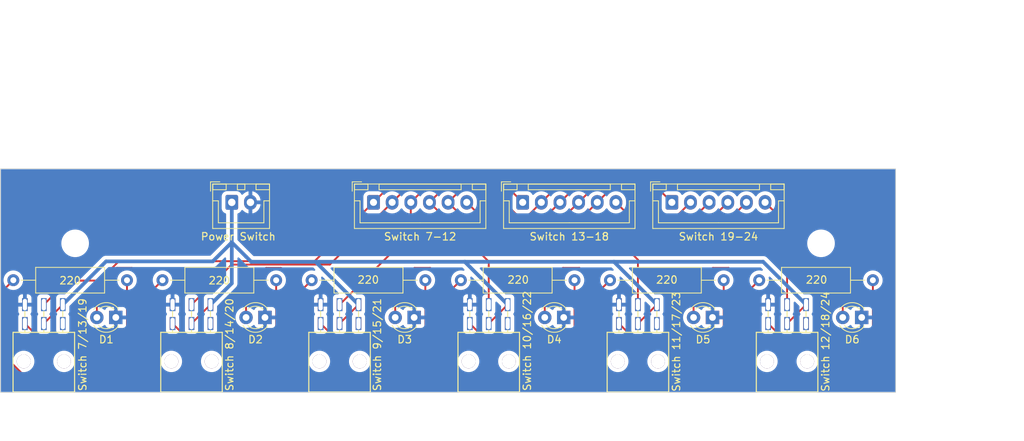
<source format=kicad_pcb>
(kicad_pcb (version 20221018) (generator pcbnew)
  (layers (0 "F.Cu" signal) (31 "B.Cu" signal) (34 "B.Paste" user) (35 "F.Paste" user) (36 "B.SilkS" user "B.Silkscreen") (37 "F.SilkS" user "F.Silkscreen") (38 "B.Mask" user) (39 "F.Mask" user) (44 "Edge.Cuts" user))
  (net 0 "")
  (net 1 "On_1")
  (net 2 "On_2")
  (net 3 "On_3")
  (net 4 "On_4")
  (net 5 "On_5")
  (net 6 "On_6")
  (net 7 "GNDREF")
  (net 8 "Net-(D1-A)")
  (net 9 "Net-(D2-A)")
  (net 10 "Net-(D3-A)")
  (net 11 "Net-(D4-A)")
  (net 12 "Net-(D5-A)")
  (net 13 "Net-(D6-A)")
  (net 14 "5V")
  (net 15 "Net-(R1-Pad1)")
  (net 16 "Net-(R2-Pad1)")
  (net 17 "Net-(R3-Pad1)")
  (net 18 "Net-(R4-Pad1)")
  (net 19 "Net-(R5-Pad1)")
  (net 20 "Net-(R6-Pad1)")
  (footprint "Connector_JST:JST_XH_B6B-XH-A_1x06_P2.50mm_Vertical" (layer "F.Cu") (at 140 54.5)
    (fp_text reference "J10")
    (fp_text value "Switch 19-24" (at 6.25 4.6) (layer "F.SilkS"))
    (pad "1" thru_hole roundrect (at 0 0) (size 1.7 1.95) (drill 0.95) (layers "*.Cu" "*.Mask") (roundrect_rratio 0.1470588235) (net 1 "On_1"))
    (pad "2" thru_hole oval (at 2.5 0) (size 1.7 1.95) (drill 0.95) (layers "*.Cu" "*.Mask") (net 2 "On_2"))
    (pad "3" thru_hole oval (at 5 0) (size 1.7 1.95) (drill 0.95) (layers "*.Cu" "*.Mask") (net 3 "On_3"))
    (pad "4" thru_hole oval (at 7.5 0) (size 1.7 1.95) (drill 0.95) (layers "*.Cu" "*.Mask") (net 4 "On_4"))
    (pad "5" thru_hole oval (at 10 0) (size 1.7 1.95) (drill 0.95) (layers "*.Cu" "*.Mask") (net 5 "On_5"))
    (pad "6" thru_hole oval (at 12.5 0) (size 1.7 1.95) (drill 0.95) (layers "*.Cu" "*.Mask") (net 6 "On_6"))
  )
  (footprint "Resistor_THT:R_Axial_DIN0309_L9.0mm_D3.2mm_P15.24mm_Horizontal" (layer "F.Cu") (at 106.95 64.95 180)
    (fp_text reference "R3")
    (fp_text value "220" (at 7.65 0.05) (layer "F.SilkS"))
    (pad "1" thru_hole circle (at 0 0 180) (size 1.6 1.6) (drill 0.8) (layers "*.Cu" "*.Mask") (net 17 "Net-(R3-Pad1)"))
    (pad "2" thru_hole oval (at 15.24 0 180) (size 1.6 1.6) (drill 0.8) (layers "*.Cu" "*.Mask") (net 10 "Net-(D3-A)"))
  )
  (footprint "LED_THT:LED_D3.0mm" (layer "F.Cu") (at 85.45 69.95 180)
    (fp_text reference "D2" (at 1.27 -2.96) (layer "F.SilkS"))
    (fp_text value "LED")
    (pad "1" thru_hole rect (at 0 0 180) (size 1.8 1.8) (drill 0.9) (layers "*.Cu" "*.Mask") (net 7 "GNDREF"))
    (pad "2" thru_hole circle (at 2.54 0 180) (size 1.8 1.8) (drill 0.9) (layers "*.Cu" "*.Mask") (net 9 "Net-(D2-A)"))
  )
  (footprint "MountingHole:MountingHole_3.2mm_M3" (layer "F.Cu") (at 60 60)
    (fp_text reference "REF**")
    (fp_text value "MountingHole_3.2mm_M3")
    (pad "" np_thru_hole circle (at 0 0) (size 3.2 3.2) (drill 3.2) (layers "*.Cu" "*.Mask"))
  )
  (footprint "Resistor_THT:R_Axial_DIN0309_L9.0mm_D3.2mm_P15.24mm_Horizontal" (layer "F.Cu") (at 86.95 64.95 180)
    (fp_text reference "R2")
    (fp_text value "220" (at 7.62 -0.05) (layer "F.SilkS"))
    (pad "1" thru_hole circle (at 0 0 180) (size 1.6 1.6) (drill 0.8) (layers "*.Cu" "*.Mask") (net 16 "Net-(R2-Pad1)"))
    (pad "2" thru_hole oval (at 15.24 0 180) (size 1.6 1.6) (drill 0.8) (layers "*.Cu" "*.Mask") (net 9 "Net-(D2-A)"))
  )
  (footprint "Maxime:maxi_DPDT_Angled" (layer "F.Cu") (at 55.8 79.95)
    (fp_text reference "Switch1" hide)
    (fp_text value "Switch 7/13/19" (at 5.2 -6.35 270) (layer "F.SilkS"))
    (pad "" thru_hole circle (at -2.7 -4.1) (size 1.85 1.85) (drill 1.85) (layers "*.Cu" "*.Mask"))
    (pad "" thru_hole circle (at 2.7 -4.1) (size 1.85 1.85) (drill 1.85) (layers "*.Cu" "*.Mask"))
    (pad "1" thru_hole rect (at -2.54 -11.72) (size 0.75 1.75) (drill oval 0.55 1.55) (layers "*.Cu" "*.Mask") (net 7 "GNDREF"))
    (pad "2" thru_hole rect (at 0 -11.72) (size 0.75 1.75) (drill oval 0.55 1.55) (layers "*.Cu" "*.Mask") (net 1 "On_1"))
    (pad "3" thru_hole rect (at 2.54 -11.72) (size 0.75 1.75) (drill oval 0.55 1.55) (layers "*.Cu" "*.Mask") (net 14 "5V"))
    (pad "4" thru_hole rect (at -2.54 -9.18) (size 0.75 1.75) (drill oval 0.55 1.55) (layers "*.Cu" "*.Mask") (net 15 "Net-(R1-Pad1)"))
    (pad "5" thru_hole rect (at 0 -9.18) (size 0.75 1.75) (drill oval 0.55 1.55) (layers "*.Cu" "*.Mask") (net 14 "5V"))
    (pad "6" thru_hole rect (at 2.54 -9.18) (size 0.75 1.75) (drill oval 0.55 1.55) (layers "*.Cu" "*.Mask"))
  )
  (footprint "Resistor_THT:R_Axial_DIN0309_L9.0mm_D3.2mm_P15.24mm_Horizontal" (layer "F.Cu") (at 126.95 64.95 180)
    (fp_text reference "R4")
    (fp_text value "220" (at 7.55 0.05) (layer "F.SilkS"))
    (pad "1" thru_hole circle (at 0 0 180) (size 1.6 1.6) (drill 0.8) (layers "*.Cu" "*.Mask") (net 18 "Net-(R4-Pad1)"))
    (pad "2" thru_hole oval (at 15.24 0 180) (size 1.6 1.6) (drill 0.8) (layers "*.Cu" "*.Mask") (net 11 "Net-(D4-A)"))
  )
  (footprint "LED_THT:LED_D3.0mm" (layer "F.Cu") (at 65.45 69.95 180)
    (fp_text reference "D1" (at 1.27 -2.96) (layer "F.SilkS"))
    (fp_text value "LED")
    (pad "1" thru_hole rect (at 0 0 180) (size 1.8 1.8) (drill 0.9) (layers "*.Cu" "*.Mask") (net 7 "GNDREF"))
    (pad "2" thru_hole circle (at 2.54 0 180) (size 1.8 1.8) (drill 0.9) (layers "*.Cu" "*.Mask") (net 8 "Net-(D1-A)"))
  )
  (footprint "Connector_JST:JST_XH_B6B-XH-A_1x06_P2.50mm_Vertical" (layer "F.Cu") (at 120 54.5)
    (fp_text reference "J9")
    (fp_text value "Switch 13-18" (at 6.25 4.6) (layer "F.SilkS"))
    (pad "1" thru_hole roundrect (at 0 0) (size 1.7 1.95) (drill 0.95) (layers "*.Cu" "*.Mask") (roundrect_rratio 0.1470588235) (net 1 "On_1"))
    (pad "2" thru_hole oval (at 2.5 0) (size 1.7 1.95) (drill 0.95) (layers "*.Cu" "*.Mask") (net 2 "On_2"))
    (pad "3" thru_hole oval (at 5 0) (size 1.7 1.95) (drill 0.95) (layers "*.Cu" "*.Mask") (net 3 "On_3"))
    (pad "4" thru_hole oval (at 7.5 0) (size 1.7 1.95) (drill 0.95) (layers "*.Cu" "*.Mask") (net 4 "On_4"))
    (pad "5" thru_hole oval (at 10 0) (size 1.7 1.95) (drill 0.95) (layers "*.Cu" "*.Mask") (net 5 "On_5"))
    (pad "6" thru_hole oval (at 12.5 0) (size 1.7 1.95) (drill 0.95) (layers "*.Cu" "*.Mask") (net 6 "On_6"))
  )
  (footprint "MountingHole:MountingHole_3.2mm_M3" (layer "F.Cu") (at 160 60)
    (fp_text reference "REF**")
    (fp_text value "MountingHole_3.2mm_M3")
    (pad "" np_thru_hole circle (at 0 0) (size 3.2 3.2) (drill 3.2) (layers "*.Cu" "*.Mask"))
  )
  (footprint "Connector_JST:JST_XH_B6B-XH-A_1x06_P2.50mm_Vertical" (layer "F.Cu") (at 100 54.5)
    (fp_text reference "J8")
    (fp_text value "Switch 7-12" (at 6.25 4.6) (layer "F.SilkS"))
    (pad "1" thru_hole roundrect (at 0 0) (size 1.7 1.95) (drill 0.95) (layers "*.Cu" "*.Mask") (roundrect_rratio 0.1470588235) (net 1 "On_1"))
    (pad "2" thru_hole oval (at 2.5 0) (size 1.7 1.95) (drill 0.95) (layers "*.Cu" "*.Mask") (net 2 "On_2"))
    (pad "3" thru_hole oval (at 5 0) (size 1.7 1.95) (drill 0.95) (layers "*.Cu" "*.Mask") (net 3 "On_3"))
    (pad "4" thru_hole oval (at 7.5 0) (size 1.7 1.95) (drill 0.95) (layers "*.Cu" "*.Mask") (net 4 "On_4"))
    (pad "5" thru_hole oval (at 10 0) (size 1.7 1.95) (drill 0.95) (layers "*.Cu" "*.Mask") (net 5 "On_5"))
    (pad "6" thru_hole oval (at 12.5 0) (size 1.7 1.95) (drill 0.95) (layers "*.Cu" "*.Mask") (net 6 "On_6"))
  )
  (footprint "LED_THT:LED_D3.0mm" (layer "F.Cu") (at 105.45 69.95 180)
    (fp_text reference "D3" (at 1.27 -2.96) (layer "F.SilkS"))
    (fp_text value "LED")
    (pad "1" thru_hole rect (at 0 0 180) (size 1.8 1.8) (drill 0.9) (layers "*.Cu" "*.Mask") (net 7 "GNDREF"))
    (pad "2" thru_hole circle (at 2.54 0 180) (size 1.8 1.8) (drill 0.9) (layers "*.Cu" "*.Mask") (net 10 "Net-(D3-A)"))
  )
  (footprint "LED_THT:LED_D3.0mm" (layer "F.Cu") (at 165.45 69.95 180)
    (fp_text reference "D6" (at 1.27 -2.96) (layer "F.SilkS"))
    (fp_text value "LED")
    (pad "1" thru_hole rect (at 0 0 180) (size 1.8 1.8) (drill 0.9) (layers "*.Cu" "*.Mask") (net 7 "GNDREF"))
    (pad "2" thru_hole circle (at 2.54 0 180) (size 1.8 1.8) (drill 0.9) (layers "*.Cu" "*.Mask") (net 13 "Net-(D6-A)"))
  )
  (footprint "Maxime:maxi_DPDT_Angled" (layer "F.Cu") (at 115.45 79.95)
    (fp_text reference "Switch4" hide)
    (fp_text value "Switch 10/16/22" (at 5.15 -6.85 270) (layer "F.SilkS"))
    (pad "" thru_hole circle (at -2.7 -4.1) (size 1.85 1.85) (drill 1.85) (layers "*.Cu" "*.Mask"))
    (pad "" thru_hole circle (at 2.7 -4.1) (size 1.85 1.85) (drill 1.85) (layers "*.Cu" "*.Mask"))
    (pad "1" thru_hole rect (at -2.54 -11.72) (size 0.75 1.75) (drill oval 0.55 1.55) (layers "*.Cu" "*.Mask") (net 7 "GNDREF"))
    (pad "2" thru_hole rect (at 0 -11.72) (size 0.75 1.75) (drill oval 0.55 1.55) (layers "*.Cu" "*.Mask") (net 4 "On_4"))
    (pad "3" thru_hole rect (at 2.54 -11.72) (size 0.75 1.75) (drill oval 0.55 1.55) (layers "*.Cu" "*.Mask") (net 14 "5V"))
    (pad "4" thru_hole rect (at -2.54 -9.18) (size 0.75 1.75) (drill oval 0.55 1.55) (layers "*.Cu" "*.Mask") (net 18 "Net-(R4-Pad1)"))
    (pad "5" thru_hole rect (at 0 -9.18) (size 0.75 1.75) (drill oval 0.55 1.55) (layers "*.Cu" "*.Mask") (net 14 "5V"))
    (pad "6" thru_hole rect (at 2.54 -9.18) (size 0.75 1.75) (drill oval 0.55 1.55) (layers "*.Cu" "*.Mask"))
  )
  (footprint "Connector_JST:JST_XH_B2B-XH-A_1x02_P2.50mm_Vertical" (layer "F.Cu") (at 81 54.5)
    (fp_text reference "J1")
    (fp_text value "Power Switch " (at 1.25 4.6) (layer "F.SilkS"))
    (pad "1" thru_hole roundrect (at 0 0) (size 1.7 2) (drill 1) (layers "*.Cu" "*.Mask") (roundrect_rratio 0.1470588235) (net 14 "5V"))
    (pad "2" thru_hole oval (at 2.5 0) (size 1.7 2) (drill 1) (layers "*.Cu" "*.Mask") (net 7 "GNDREF"))
  )
  (footprint "Resistor_THT:R_Axial_DIN0309_L9.0mm_D3.2mm_P15.24mm_Horizontal" (layer "F.Cu") (at 166.95 64.95 180)
    (fp_text reference "R6")
    (fp_text value "220" (at 7.55 0.05) (layer "F.SilkS"))
    (pad "1" thru_hole circle (at 0 0 180) (size 1.6 1.6) (drill 0.8) (layers "*.Cu" "*.Mask") (net 20 "Net-(R6-Pad1)"))
    (pad "2" thru_hole oval (at 15.24 0 180) (size 1.6 1.6) (drill 0.8) (layers "*.Cu" "*.Mask") (net 13 "Net-(D6-A)"))
  )
  (footprint "LED_THT:LED_D3.0mm" (layer "F.Cu") (at 125.5 69.95 180)
    (fp_text reference "D4" (at 1.27 -2.96) (layer "F.SilkS"))
    (fp_text value "LED")
    (pad "1" thru_hole rect (at 0 0 180) (size 1.8 1.8) (drill 0.9) (layers "*.Cu" "*.Mask") (net 7 "GNDREF"))
    (pad "2" thru_hole circle (at 2.54 0 180) (size 1.8 1.8) (drill 0.9) (layers "*.Cu" "*.Mask") (net 11 "Net-(D4-A)"))
  )
  (footprint "Maxime:maxi_DPDT_Angled" (layer "F.Cu") (at 135.45 79.95)
    (fp_text reference "Switch5" hide)
    (fp_text value "Switch 11/17/23" (at 5.15 -6.75 270) (layer "F.SilkS"))
    (pad "" thru_hole circle (at -2.7 -4.1) (size 1.85 1.85) (drill 1.85) (layers "*.Cu" "*.Mask"))
    (pad "" thru_hole circle (at 2.7 -4.1) (size 1.85 1.85) (drill 1.85) (layers "*.Cu" "*.Mask"))
    (pad "1" thru_hole rect (at -2.54 -11.72) (size 0.75 1.75) (drill oval 0.55 1.55) (layers "*.Cu" "*.Mask") (net 7 "GNDREF"))
    (pad "2" thru_hole rect (at 0 -11.72) (size 0.75 1.75) (drill oval 0.55 1.55) (layers "*.Cu" "*.Mask") (net 5 "On_5"))
    (pad "3" thru_hole rect (at 2.54 -11.72) (size 0.75 1.75) (drill oval 0.55 1.55) (layers "*.Cu" "*.Mask") (net 14 "5V"))
    (pad "4" thru_hole rect (at -2.54 -9.18) (size 0.75 1.75) (drill oval 0.55 1.55) (layers "*.Cu" "*.Mask") (net 19 "Net-(R5-Pad1)"))
    (pad "5" thru_hole rect (at 0 -9.18) (size 0.75 1.75) (drill oval 0.55 1.55) (layers "*.Cu" "*.Mask") (net 14 "5V"))
    (pad "6" thru_hole rect (at 2.54 -9.18) (size 0.75 1.75) (drill oval 0.55 1.55) (layers "*.Cu" "*.Mask"))
  )
  (footprint "Maxime:maxi_DPDT_Angled" (layer "F.Cu") (at 75.6 79.95)
    (fp_text reference "Switch2" hide)
    (fp_text value "Switch 8/14/20" (at 5.1 -6.35 270) (layer "F.SilkS"))
    (pad "" thru_hole circle (at -2.7 -4.1) (size 1.85 1.85) (drill 1.85) (layers "*.Cu" "*.Mask"))
    (pad "" thru_hole circle (at 2.7 -4.1) (size 1.85 1.85) (drill 1.85) (layers "*.Cu" "*.Mask"))
    (pad "1" thru_hole rect (at -2.54 -11.72) (size 0.75 1.75) (drill oval 0.55 1.55) (layers "*.Cu" "*.Mask") (net 7 "GNDREF"))
    (pad "2" thru_hole rect (at 0 -11.72) (size 0.75 1.75) (drill oval 0.55 1.55) (layers "*.Cu" "*.Mask") (net 2 "On_2"))
    (pad "3" thru_hole rect (at 2.54 -11.72) (size 0.75 1.75) (drill oval 0.55 1.55) (layers "*.Cu" "*.Mask") (net 14 "5V"))
    (pad "4" thru_hole rect (at -2.54 -9.18) (size 0.75 1.75) (drill oval 0.55 1.55) (layers "*.Cu" "*.Mask") (net 16 "Net-(R2-Pad1)"))
    (pad "5" thru_hole rect (at 0 -9.18) (size 0.75 1.75) (drill oval 0.55 1.55) (layers "*.Cu" "*.Mask") (net 14 "5V"))
    (pad "6" thru_hole rect (at 2.54 -9.18) (size 0.75 1.75) (drill oval 0.55 1.55) (layers "*.Cu" "*.Mask"))
  )
  (footprint "Resistor_THT:R_Axial_DIN0309_L9.0mm_D3.2mm_P15.24mm_Horizontal" (layer "F.Cu") (at 146.95 64.95 180)
    (fp_text reference "R5")
    (fp_text value "220" (at 7.62 0.05) (layer "F.SilkS"))
    (pad "1" thru_hole circle (at 0 0 180) (size 1.6 1.6) (drill 0.8) (layers "*.Cu" "*.Mask") (net 19 "Net-(R5-Pad1)"))
    (pad "2" thru_hole oval (at 15.24 0 180) (size 1.6 1.6) (drill 0.8) (layers "*.Cu" "*.Mask") (net 12 "Net-(D5-A)"))
  )
  (footprint "Resistor_THT:R_Axial_DIN0309_L9.0mm_D3.2mm_P15.24mm_Horizontal" (layer "F.Cu") (at 66.95 64.95 180)
    (fp_text reference "R1")
    (fp_text value "220" (at 7.62 -0.05) (layer "F.SilkS"))
    (pad "1" thru_hole circle (at 0 0 180) (size 1.6 1.6) (drill 0.8) (layers "*.Cu" "*.Mask") (net 15 "Net-(R1-Pad1)"))
    (pad "2" thru_hole oval (at 15.24 0 180) (size 1.6 1.6) (drill 0.8) (layers "*.Cu" "*.Mask") (net 8 "Net-(D1-A)"))
  )
  (footprint "Maxime:maxi_DPDT_Angled" (layer "F.Cu") (at 95.45 79.95)
    (fp_text reference "Switch3" hide)
    (fp_text value "Switch 9/15/21" (at 5.05 -6.35 270) (layer "F.SilkS"))
    (pad "" thru_hole circle (at -2.7 -4.1) (size 1.85 1.85) (drill 1.85) (layers "*.Cu" "*.Mask"))
    (pad "" thru_hole circle (at 2.7 -4.1) (size 1.85 1.85) (drill 1.85) (layers "*.Cu" "*.Mask"))
    (pad "1" thru_hole rect (at -2.54 -11.72) (size 0.75 1.75) (drill oval 0.55 1.55) (layers "*.Cu" "*.Mask") (net 7 "GNDREF"))
    (pad "2" thru_hole rect (at 0 -11.72) (size 0.75 1.75) (drill oval 0.55 1.55) (layers "*.Cu" "*.Mask") (net 3 "On_3"))
    (pad "3" thru_hole rect (at 2.54 -11.72) (size 0.75 1.75) (drill oval 0.55 1.55) (layers "*.Cu" "*.Mask") (net 14 "5V"))
    (pad "4" thru_hole rect (at -2.54 -9.18) (size 0.75 1.75) (drill oval 0.55 1.55) (layers "*.Cu" "*.Mask") (net 17 "Net-(R3-Pad1)"))
    (pad "5" thru_hole rect (at 0 -9.18) (size 0.75 1.75) (drill oval 0.55 1.55) (layers "*.Cu" "*.Mask") (net 14 "5V"))
    (pad "6" thru_hole rect (at 2.54 -9.18) (size 0.75 1.75) (drill oval 0.55 1.55) (layers "*.Cu" "*.Mask"))
  )
  (footprint "LED_THT:LED_D3.0mm" (layer "F.Cu") (at 145.45 69.95 180)
    (fp_text reference "D5" (at 1.27 -2.96) (layer "F.SilkS"))
    (fp_text value "LED")
    (pad "1" thru_hole rect (at 0 0 180) (size 1.8 1.8) (drill 0.9) (layers "*.Cu" "*.Mask") (net 7 "GNDREF"))
    (pad "2" thru_hole circle (at 2.54 0 180) (size 1.8 1.8) (drill 0.9) (layers "*.Cu" "*.Mask") (net 12 "Net-(D5-A)"))
  )
  (footprint "Maxime:maxi_DPDT_Angled" (layer "F.Cu") (at 155.45 79.95)
    (fp_text reference "Switch6" hide)
    (fp_text value "Switch 12/18/24" (at 5.15 -6.75 270) (layer "F.SilkS"))
    (pad "" thru_hole circle (at -2.7 -4.1) (size 1.85 1.85) (drill 1.85) (layers "*.Cu" "*.Mask"))
    (pad "" thru_hole circle (at 2.7 -4.1) (size 1.85 1.85) (drill 1.85) (layers "*.Cu" "*.Mask"))
    (pad "1" thru_hole rect (at -2.54 -11.72) (size 0.75 1.75) (drill oval 0.55 1.55) (layers "*.Cu" "*.Mask") (net 7 "GNDREF"))
    (pad "2" thru_hole rect (at 0 -11.72) (size 0.75 1.75) (drill oval 0.55 1.55) (layers "*.Cu" "*.Mask") (net 6 "On_6"))
    (pad "3" thru_hole rect (at 2.54 -11.72) (size 0.75 1.75) (drill oval 0.55 1.55) (layers "*.Cu" "*.Mask") (net 14 "5V"))
    (pad "4" thru_hole rect (at -2.54 -9.18) (size 0.75 1.75) (drill oval 0.55 1.55) (layers "*.Cu" "*.Mask") (net 20 "Net-(R6-Pad1)"))
    (pad "5" thru_hole rect (at 0 -9.18) (size 0.75 1.75) (drill oval 0.55 1.55) (layers "*.Cu" "*.Mask") (net 14 "5V"))
    (pad "6" thru_hole rect (at 2.54 -9.18) (size 0.75 1.75) (drill oval 0.55 1.55) (layers "*.Cu" "*.Mask"))
  )
  (gr_rect (start 50 50) (end 170 80) (stroke (width 0.1)) (fill none) (layer "Edge.Cuts"))
  (segment (start 60.7 65) (end 63.263604 65) (width 0.25) (layer "F.Cu") (net 1))
  (segment (start 140 54.5) (end 137.35 51.85) (width 0.25) (layer "F.Cu") (net 1))
  (segment (start 137.35 51.85) (end 136.65 51.15) (width 0.25) (layer "F.Cu") (net 1))
  (segment (start 104 50.5) (end 110.325 50.5) (width 0.25) (layer "F.Cu") (net 1))
  (segment (start 110.325 50.5) (end 113.25 50.5) (width 0.25) (layer "F.Cu") (net 1))
  (segment (start 100 54.5) (end 104 50.5) (width 0.25) (layer "F.Cu") (net 1))
  (segment (start 137.35 51.85) (end 136 50.5) (width 0.25) (layer "F.Cu") (net 1))
  (segment (start 120 54.5) (end 116 50.5) (width 0.25) (layer "F.Cu") (net 1))
  (segment (start 132.3 50.5) (end 133.15 50.5) (width 0.25) (layer "F.Cu") (net 1))
  (segment (start 92.1 62.4) (end 100 54.5) (width 0.25) (layer "F.Cu") (net 1))
  (segment (start 63.263604 65) (end 65.863604 62.4) (width 0.25) (layer "F.Cu") (net 1))
  (segment (start 133.475 50.5) (end 134.3 50.5) (width 0.25) (layer "F.Cu") (net 1))
  (segment (start 60.7 65) (end 61.3 65) (width 0.25) (layer "F.Cu") (net 1))
  (segment (start 115.125 50.5) (end 113.25 50.5) (width 0.25) (layer "F.Cu") (net 1))
  (segment (start 136 50.5) (end 132.3 50.5) (width 0.25) (layer "F.Cu") (net 1))
  (segment (start 109.9 50.5) (end 110.325 50.5) (width 0.25) (layer "F.Cu") (net 1))
  (segment (start 133.375 50.5) (end 133.475 50.5) (width 0.25) (layer "F.Cu") (net 1))
  (segment (start 116 50.5) (end 115.125 50.5) (width 0.25) (layer "F.Cu") (net 1))
  (segment (start 59.925 65) (end 60.7 65) (width 0.25) (layer "F.Cu") (net 1))
  (segment (start 65.863604 62.4) (end 92.1 62.4) (width 0.25) (layer "F.Cu") (net 1))
  (segment (start 109.9 50.5) (end 111.3 50.5) (width 0.25) (layer "F.Cu") (net 1))
  (segment (start 59.03 65) (end 59.925 65) (width 0.25) (layer "F.Cu") (net 1))
  (segment (start 133.15 50.5) (end 133.375 50.5) (width 0.25) (layer "F.Cu") (net 1))
  (segment (start 55.8 68.23) (end 59.03 65) (width 0.25) (layer "F.Cu") (net 1))
  (segment (start 115.125 50.5) (end 133.15 50.5) (width 0.25) (layer "F.Cu") (net 1))
  (segment (start 129.075 50.95) (end 127.2 50.95) (width 0.25) (layer "F.Cu") (net 2))
  (segment (start 119.334188 56.3) (end 120.7 56.3) (width 0.25) (layer "F.Cu") (net 2))
  (segment (start 126.05 50.95) (end 129.075 50.95) (width 0.25) (layer "F.Cu") (net 2))
  (segment (start 133.6 50.95) (end 129.075 50.95) (width 0.25) (layer "F.Cu") (net 2))
  (segment (start 122.5 54.5) (end 126.05 50.95) (width 0.25) (layer "F.Cu") (net 2))
  (segment (start 94.15 62.85) (end 102.5 54.5) (width 0.25) (layer "F.Cu") (net 2))
  (segment (start 127.2 50.95) (end 128.65 50.95) (width 0.25) (layer "F.Cu") (net 2))
  (segment (start 102.5 54.5) (end 106.05 50.95) (width 0.25) (layer "F.Cu") (net 2))
  (segment (start 112.3 50.95) (end 113.984188 50.95) (width 0.25) (layer "F.Cu") (net 2))
  (segment (start 113.984188 50.95) (end 119.334188 56.3) (width 0.25) (layer "F.Cu") (net 2))
  (segment (start 138.95 56.3) (end 133.6 50.95) (width 0.25) (layer "F.Cu") (net 2))
  (segment (start 120.7 56.3) (end 122.5 54.5) (width 0.25) (layer "F.Cu") (net 2))
  (segment (start 80.98 62.85) (end 94.15 62.85) (width 0.25) (layer "F.Cu") (net 2))
  (segment (start 138.95 56.3) (end 140.7 56.3) (width 0.25) (layer "F.Cu") (net 2))
  (segment (start 106.05 50.95) (end 112.3 50.95) (width 0.25) (layer "F.Cu") (net 2))
  (segment (start 75.6 68.23) (end 80.98 62.85) (width 0.25) (layer "F.Cu") (net 2))
  (segment (start 140.7 56.3) (end 142.5 54.5) (width 0.25) (layer "F.Cu") (net 2))
  (segment (start 105 54.5) (end 105 58.68) (width 0.25) (layer "F.Cu") (net 3))
  (segment (start 125 54.5) (end 128.1 51.4) (width 0.25) (layer "F.Cu") (net 3))
  (segment (start 122.75 56.75) (end 125 54.5) (width 0.25) (layer "F.Cu") (net 3))
  (segment (start 140.25 56.75) (end 138.763604 56.75) (width 0.25) (layer "F.Cu") (net 3))
  (segment (start 105 58.68) (end 95.45 68.23) (width 0.25) (layer "F.Cu") (net 3))
  (segment (start 140.25 56.75) (end 142.75 56.75) (width 0.25) (layer "F.Cu") (net 3))
  (segment (start 119.147792 56.75) (end 122.75 56.75) (width 0.25) (layer "F.Cu") (net 3))
  (segment (start 138.763604 56.75) (end 133.413604 51.4) (width 0.25) (layer "F.Cu") (net 3))
  (segment (start 133.413604 51.4) (end 129.95 51.4) (width 0.25) (layer "F.Cu") (net 3))
  (segment (start 108.1 51.4) (end 112.9 51.4) (width 0.25) (layer "F.Cu") (net 3))
  (segment (start 105 54.5) (end 108.1 51.4) (width 0.25) (layer "F.Cu") (net 3))
  (segment (start 142.75 56.75) (end 145 54.5) (width 0.25) (layer "F.Cu") (net 3))
  (segment (start 112.9 51.4) (end 113.797792 51.4) (width 0.25) (layer "F.Cu") (net 3))
  (segment (start 113.797792 51.4) (end 119.147792 56.75) (width 0.25) (layer "F.Cu") (net 3))
  (segment (start 128.1 51.4) (end 129.95 51.4) (width 0.25) (layer "F.Cu") (net 3))
  (segment (start 144.8 57.2) (end 147.5 54.5) (width 0.25) (layer "F.Cu") (net 4))
  (segment (start 118.961396 57.2) (end 124.8 57.2) (width 0.25) (layer "F.Cu") (net 4))
  (segment (start 107.5 54.5) (end 115.45 62.45) (width 0.25) (layer "F.Cu") (net 4))
  (segment (start 110.15 51.85) (end 112.975 51.85) (width 0.25) (layer "F.Cu") (net 4))
  (segment (start 140.075 57.2) (end 144.8 57.2) (width 0.25) (layer "F.Cu") (net 4))
  (segment (start 133.227208 51.85) (end 138.577208 57.2) (width 0.25) (layer "F.Cu") (net 4))
  (segment (start 124.8 57.2) (end 127.5 54.5) (width 0.25) (layer "F.Cu") (net 4))
  (segment (start 115.45 68.23) (end 115.45 63.075) (width 0.25) (layer "F.Cu") (net 4))
  (segment (start 127.5 54.5) (end 130.15 51.85) (width 0.25) (layer "F.Cu") (net 4))
  (segment (start 107.5 54.5) (end 110.15 51.85) (width 0.25) (layer "F.Cu") (net 4))
  (segment (start 138.577208 57.2) (end 140.075 57.2) (width 0.25) (layer "F.Cu") (net 4))
  (segment (start 115.45 62.45) (end 115.45 63.075) (width 0.25) (layer "F.Cu") (net 4))
  (segment (start 130.15 51.85) (end 133.227208 51.85) (width 0.25) (layer "F.Cu") (net 4))
  (segment (start 112.975 51.85) (end 113.611396 51.85) (width 0.25) (layer "F.Cu") (net 4))
  (segment (start 140.075 57.2) (end 141.3 57.2) (width 0.25) (layer "F.Cu") (net 4))
  (segment (start 113.611396 51.85) (end 118.961396 57.2) (width 0.25) (layer "F.Cu") (net 4))
  (segment (start 136.1 55.375) (end 138.375 57.65) (width 0.25) (layer "F.Cu") (net 5))
  (segment (start 114.05 58.55) (end 131.8 58.55) (width 0.25) (layer "F.Cu") (net 5))
  (segment (start 135.45 62.2) (end 135.45 68.23) (width 0.25) (layer "F.Cu") (net 5))
  (segment (start 130 54.5) (end 132.2 52.3) (width 0.25) (layer "F.Cu") (net 5))
  (segment (start 146.85 57.65) (end 150 54.5) (width 0.25) (layer "F.Cu") (net 5))
  (segment (start 131.8 58.55) (end 135.45 62.2) (width 0.25) (layer "F.Cu") (net 5))
  (segment (start 112.2 52.3) (end 113.425 52.3) (width 0.25) (layer "F.Cu") (net 5))
  (segment (start 136.1 55.359188) (end 136.1 55.375) (width 0.25) (layer "F.Cu") (net 5))
  (segment (start 126.85 57.65) (end 130 54.5) (width 0.25) (layer "F.Cu") (net 5))
  (segment (start 126.85 57.65) (end 118.775 57.65) (width 0.25) (layer "F.Cu") (net 5))
  (segment (start 138.375 57.65) (end 146.85 57.65) (width 0.25) (layer "F.Cu") (net 5))
  (segment (start 110 54.5) (end 114.05 58.55) (width 0.25) (layer "F.Cu") (net 5))
  (segment (start 132.2 52.3) (end 133.040812 52.3) (width 0.25) (layer "F.Cu") (net 5))
  (segment (start 110 54.5) (end 112.2 52.3) (width 0.25) (layer "F.Cu") (net 5))
  (segment (start 118.775 57.65) (end 113.425 52.3) (width 0.25) (layer "F.Cu") (net 5))
  (segment (start 133.040812 52.3) (end 136.1 55.359188) (width 0.25) (layer "F.Cu") (net 5))
  (segment (start 132.5 54.5) (end 136.1 58.1) (width 0.25) (layer "F.Cu") (net 6))
  (segment (start 155.45 61.95) (end 155.45 62.55) (width 0.25) (layer "F.Cu") (net 6))
  (segment (start 112.5 54.5) (end 116.1 58.1) (width 0.25) (layer "F.Cu") (net 6))
  (segment (start 138.575 58.1) (end 129.2 58.1) (width 0.25) (layer "F.Cu") (net 6))
  (segment (start 150.6 58.1) (end 148.3 58.1) (width 0.25) (layer "F.Cu") (net 6))
  (segment (start 152.5 54.5) (end 155.45 57.45) (width 0.25) (layer "F.Cu") (net 6))
  (segment (start 136.1 58.1) (end 138.575 58.1) (width 0.25) (layer "F.Cu") (net 6))
  (segment (start 155.45 57.45) (end 155.45 62.55) (width 0.25) (layer "F.Cu") (net 6))
  (segment (start 128.7 58.1) (end 128.6 58.1) (width 0.25) (layer "F.Cu") (net 6))
  (segment (start 129.2 58.1) (end 128.7 58.1) (width 0.25) (layer "F.Cu") (net 6))
  (segment (start 148.3 58.1) (end 138.575 58.1) (width 0.25) (layer "F.Cu") (net 6))
  (segment (start 155.45 68.23) (end 155.45 62.55) (width 0.25) (layer "F.Cu") (net 6))
  (segment (start 116.1 58.1) (end 129.2 58.1) (width 0.25) (layer "F.Cu") (net 6))
  (segment (start 148.3 58.1) (end 151.6 58.1) (width 0.25) (layer "F.Cu") (net 6))
  (segment (start 151.6 58.1) (end 155.45 61.95) (width 0.25) (layer "F.Cu") (net 6))
  (segment (start 65.6 63.3) (end 62.91 65.99) (width 0.25) (layer "F.Cu") (net 8))
  (segment (start 50.7 75.288478) (end 53.011522 77.6) (width 0.25) (layer "F.Cu") (net 8))
  (segment (start 64.3 77.6) (end 68.6 73.3) (width 0.25) (layer "F.Cu") (net 8))
  (segment (start 68.6 64.3) (end 67.6 63.3) (width 0.25) (layer "F.Cu") (net 8))
  (segment (start 51.71 64.95) (end 50.7 65.96) (width 0.25) (layer "F.Cu") (net 8))
  (segment (start 68.6 73.3) (end 68.6 64.3) (width 0.25) (layer "F.Cu") (net 8))
  (segment (start 50.7 65.96) (end 50.7 75.288478) (width 0.25) (layer "F.Cu") (net 8))
  (segment (start 62.91 65.99) (end 62.91 69.95) (width 0.25) (layer "F.Cu") (net 8))
  (segment (start 53.011522 77.6) (end 64.3 77.6) (width 0.25) (layer "F.Cu") (net 8))
  (segment (start 67.6 63.3) (end 65.6 63.3) (width 0.25) (layer "F.Cu") (net 8))
  (segment (start 82.91 69.95) (end 82.91 68.1) (width 0.25) (layer "F.Cu") (net 9))
  (segment (start 70.7 76.1) (end 72.2 77.6) (width 0.25) (layer "F.Cu") (net 9))
  (segment (start 82.91 67.01) (end 82.9 67) (width 0.25) (layer "F.Cu") (net 9))
  (segment (start 70.7 65.96) (end 70.7 76.1) (width 0.25) (layer "F.Cu") (net 9))
  (segment (start 82.91 65.99) (end 82.91 68.1) (width 0.25) (layer "F.Cu") (net 9))
  (segment (start 82.336396 77.6) (end 88.6 71.336396) (width 0.25) (layer "F.Cu") (net 9))
  (segment (start 88.6 64.3) (end 87.6 63.3) (width 0.25) (layer "F.Cu") (net 9))
  (segment (start 82.91 68.1) (end 82.91 67.01) (width 0.25) (layer "F.Cu") (net 9))
  (segment (start 87.6 63.3) (end 85.6 63.3) (width 0.25) (layer "F.Cu") (net 9))
  (segment (start 88.6 71.336396) (end 88.6 64.3) (width 0.25) (layer "F.Cu") (net 9))
  (segment (start 71.71 64.95) (end 70.7 65.96) (width 0.25) (layer "F.Cu") (net 9))
  (segment (start 72.2 77.6) (end 82.336396 77.6) (width 0.25) (layer "F.Cu") (net 9))
  (segment (start 85.6 63.3) (end 82.91 65.99) (width 0.25) (layer "F.Cu") (net 9))
  (segment (start 90.7 65.96) (end 90.7 76.3) (width 0.25) (layer "F.Cu") (net 10))
  (segment (start 91.71 64.95) (end 90.7 65.96) (width 0.25) (layer "F.Cu") (net 10))
  (segment (start 107.6 63.3) (end 105.5 63.3) (width 0.25) (layer "F.Cu") (net 10))
  (segment (start 105.5 63.3) (end 102.9 65.9) (width 0.25) (layer "F.Cu") (net 10))
  (segment (start 102.9 67.5) (end 102.91 67.51) (width 0.25) (layer "F.Cu") (net 10))
  (segment (start 102.91 67.51) (end 102.91 69.95) (width 0.25) (layer "F.Cu") (net 10))
  (segment (start 108.6 71.236396) (end 108.6 64.3) (width 0.25) (layer "F.Cu") (net 10))
  (segment (start 102.236396 77.6) (end 108.6 71.236396) (width 0.25) (layer "F.Cu") (net 10))
  (segment (start 90.7 76.3) (end 92 77.6) (width 0.25) (layer "F.Cu") (net 10))
  (segment (start 108.6 64.3) (end 107.6 63.3) (width 0.25) (layer "F.Cu") (net 10))
  (segment (start 102.9 65.9) (end 102.9 67.5) (width 0.25) (layer "F.Cu") (net 10))
  (segment (start 92 77.6) (end 102.236396 77.6) (width 0.25) (layer "F.Cu") (net 10))
  (segment (start 125.4 63.3) (end 127.6 63.3) (width 0.25) (layer "F.Cu") (net 11))
  (segment (start 127.6 63.3) (end 128.6 64.3) (width 0.25) (layer "F.Cu") (net 11))
  (segment (start 122.96 65.74) (end 125.4 63.3) (width 0.25) (layer "F.Cu") (net 11))
  (segment (start 112.1 77.6) (end 110.7 76.2) (width 0.25) (layer "F.Cu") (net 11))
  (segment (start 122.236396 77.6) (end 112.1 77.6) (width 0.25) (layer "F.Cu") (net 11))
  (segment (start 128.6 64.3) (end 128.6 71.236396) (width 0.25) (layer "F.Cu") (net 11))
  (segment (start 122.96 69.95) (end 122.96 65.74) (width 0.25) (layer "F.Cu") (net 11))
  (segment (start 110.7 76.2) (end 110.7 65.96) (width 0.25) (layer "F.Cu") (net 11))
  (segment (start 110.7 65.96) (end 111.71 64.95) (width 0.25) (layer "F.Cu") (net 11))
  (segment (start 128.6 71.236396) (end 122.236396 77.6) (width 0.25) (layer "F.Cu") (net 11))
  (segment (start 148.6 71.2) (end 148.6 64.3) (width 0.25) (layer "F.Cu") (net 12))
  (segment (start 144.55 64.25) (end 144.1 64.7) (width 0.25) (layer "F.Cu") (net 12))
  (segment (start 130.6 76.2) (end 132 77.6) (width 0.25) (layer "F.Cu") (net 12))
  (segment (start 142.91 65.89) (end 142.91 67.3) (width 0.25) (layer "F.Cu") (net 12))
  (segment (start 145.5 63.3) (end 144.55 64.25) (width 0.25) (layer "F.Cu") (net 12))
  (segment (start 142.2 77.6) (end 148.6 71.2) (width 0.25) (layer "F.Cu") (net 12))
  (segment (start 131.71 64.95) (end 130.6 66.06) (width 0.25) (layer "F.Cu") (net 12))
  (segment (start 148.6 64.3) (end 147.6 63.3) (width 0.25) (layer "F.Cu") (net 12))
  (segment (start 144.55 64.25) (end 142.91 65.89) (width 0.25) (layer "F.Cu") (net 12))
  (segment (start 130.6 66.06) (end 130.6 76.2) (width 0.25) (layer "F.Cu") (net 12))
  (segment (start 142.91 66.11) (end 142.91 67.3) (width 0.25) (layer "F.Cu") (net 12))
  (segment (start 142.91 67.3) (end 142.91 69.95) (width 0.25) (layer "F.Cu") (net 12))
  (segment (start 132 77.6) (end 142.2 77.6) (width 0.25) (layer "F.Cu") (net 12))
  (segment (start 147.6 63.3) (end 145.5 63.3) (width 0.25) (layer "F.Cu") (net 12))
  (segment (start 167.6 63.3) (end 165.5 63.3) (width 0.25) (layer "F.Cu") (net 13))
  (segment (start 162.336396 77.6) (end 168.6 71.336396) (width 0.25) (layer "F.Cu") (net 13))
  (segment (start 162.91 65.89) (end 162.91 69.95) (width 0.25) (layer "F.Cu") (net 13))
  (segment (start 168.6 71.336396) (end 168.6 64.3) (width 0.25) (layer "F.Cu") (net 13))
  (segment (start 151.71 64.95) (end 150.6 66.06) (width 0.25) (layer "F.Cu") (net 13))
  (segment (start 168.6 64.3) (end 167.6 63.3) (width 0.25) (layer "F.Cu") (net 13))
  (segment (start 150.6 66.06) (end 150.6 76.2) (width 0.25) (layer "F.Cu") (net 13))
  (segment (start 152 77.6) (end 162.336396 77.6) (width 0.25) (layer "F.Cu") (net 13))
  (segment (start 150.6 76.2) (end 152 77.6) (width 0.25) (layer "F.Cu") (net 13))
  (segment (start 165.5 63.3) (end 162.91 65.89) (width 0.25) (layer "F.Cu") (net 13))
  (segment (start 95.45 70.77) (end 97.99 68.23) (width 0.25) (layer "F.Cu") (net 14))
  (segment (start 115.45 70.77) (end 117.99 68.23) (width 0.25) (layer "F.Cu") (net 14))
  (segment (start 135.45 70.77) (end 137.99 68.23) (width 0.25) (layer "F.Cu") (net 14))
  (segment (start 75.6 70.77) (end 78.14 68.23) (width 0.25) (layer "F.Cu") (net 14))
  (segment (start 155.45 70.77) (end 157.99 68.23) (width 0.25) (layer "F.Cu") (net 14))
  (segment (start 55.8 70.77) (end 58.34 68.23) (width 0.25) (layer "F.Cu") (net 14))
  (segment (start 82.9125 61.7875) (end 83.6 62.475) (width 0.5) (layer "B.Cu") (net 14))
  (segment (start 112.235 62.475) (end 117.99 68.23) (width 0.5) (layer "B.Cu") (net 14))
  (segment (start 78.45 62.425) (end 64.145 62.425) (width 0.5) (layer "B.Cu") (net 14))
  (segment (start 81 65.37) (end 78.14 68.23) (width 0.5) (layer "B.Cu") (net 14))
  (segment (start 64.145 62.425) (end 58.34 68.23) (width 0.5) (layer "B.Cu") (net 14))
  (segment (start 83.6 62.475) (end 112.235 62.475) (width 0.5) (layer "B.Cu") (net 14))
  (segment (start 81 59.875) (end 81 65.37) (width 0.5) (layer "B.Cu") (net 14))
  (segment (start 92.31 62.55) (end 97.99 68.23) (width 0.5) (layer "B.Cu") (net 14))
  (segment (start 112.235 62.475) (end 132.235 62.475) (width 0.5) (layer "B.Cu") (net 14))
  (segment (start 81 59.875) (end 82.9125 61.7875) (width 0.5) (layer "B.Cu") (net 14))
  (segment (start 81 54.5) (end 81 59.875) (width 0.5) (layer "B.Cu") (net 14))
  (segment (start 132.235 62.475) (end 137.99 68.23) (width 0.5) (layer "B.Cu") (net 14))
  (segment (start 132.235 62.475) (end 152.235 62.475) (width 0.5) (layer "B.Cu") (net 14))
  (segment (start 152.235 62.475) (end 157.99 68.23) (width 0.5) (layer "B.Cu") (net 14))
  (segment (start 81 59.875) (end 78.45 62.425) (width 0.5) (layer "B.Cu") (net 14))
  (segment (start 66.95 72.25) (end 66.95 64.95) (width 0.25) (layer "F.Cu") (net 15))
  (segment (start 65.1 74.1) (end 66.95 72.25) (width 0.25) (layer "F.Cu") (net 15))
  (segment (start 53.26 70.77) (end 56.59 74.1) (width 0.25) (layer "F.Cu") (net 15))
  (segment (start 56.59 74.1) (end 65.1 74.1) (width 0.25) (layer "F.Cu") (net 15))
  (segment (start 73.06 70.77) (end 76.39 74.1) (width 0.25) (layer "F.Cu") (net 16))
  (segment (start 85.2 74.1) (end 86.95 72.35) (width 0.25) (layer "F.Cu") (net 16))
  (segment (start 86.95 72.35) (end 86.95 64.95) (width 0.25) (layer "F.Cu") (net 16))
  (segment (start 76.39 74.1) (end 85.2 74.1) (width 0.25) (layer "F.Cu") (net 16))
  (segment (start 106.95 72.25) (end 106.95 64.95) (width 0.25) (layer "F.Cu") (net 17))
  (segment (start 96.24 74.1) (end 105.1 74.1) (width 0.25) (layer "F.Cu") (net 17))
  (segment (start 92.91 70.77) (end 96.24 74.1) (width 0.25) (layer "F.Cu") (net 17))
  (segment (start 105.1 74.1) (end 106.95 72.25) (width 0.25) (layer "F.Cu") (net 17))
  (segment (start 126.95 72.25) (end 126.95 64.95) (width 0.25) (layer "F.Cu") (net 18))
  (segment (start 125.1 74.1) (end 126.95 72.25) (width 0.25) (layer "F.Cu") (net 18))
  (segment (start 112.91 70.77) (end 116.24 74.1) (width 0.25) (layer "F.Cu") (net 18))
  (segment (start 116.24 74.1) (end 125.1 74.1) (width 0.25) (layer "F.Cu") (net 18))
  (segment (start 145 74.1) (end 136.24 74.1) (width 0.25) (layer "F.Cu") (net 19))
  (segment (start 136.24 74.1) (end 132.91 70.77) (width 0.25) (layer "F.Cu") (net 19))
  (segment (start 146.95 72.15) (end 145 74.1) (width 0.25) (layer "F.Cu") (net 19))
  (segment (start 146.95 64.95) (end 146.95 72.15) (width 0.25) (layer "F.Cu") (net 19))
  (segment (start 156.24 74.1) (end 152.91 70.77) (width 0.25) (layer "F.Cu") (net 20))
  (segment (start 166.95 64.95) (end 166.95 72.35) (width 0.25) (layer "F.Cu") (net 20))
  (segment (start 165.2 74.1) (end 156.24 74.1) (width 0.25) (layer "F.Cu") (net 20))
  (segment (start 166.95 72.35) (end 165.2 74.1) (width 0.25) (layer "F.Cu") (net 20))
  (zone (net 7) (net_name "GNDREF") (layer "B.Cu") (connect_pads (clearance 0.508)) (min_thickness 0.254) (fill yes (thermal_gap 0.508) (thermal_bridge_width 0.508))
    (polygon (pts (xy 170 80) (xy 50 80) (xy 50 50) (xy 170 50)))
  )
)
</source>
